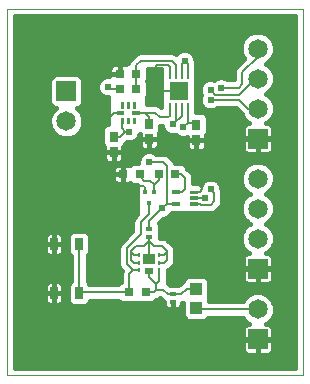
<source format=gtl>
G75*
%MOIN*%
%OFA0B0*%
%FSLAX25Y25*%
%IPPOS*%
%LPD*%
%AMOC8*
5,1,8,0,0,1.08239X$1,22.5*
%
%ADD10C,0.00000*%
%ADD11R,0.03937X0.03937*%
%ADD12R,0.02362X0.01378*%
%ADD13R,0.02559X0.04134*%
%ADD14R,0.03150X0.02756*%
%ADD15C,0.00246*%
%ADD16C,0.00295*%
%ADD17R,0.02756X0.03642*%
%ADD18R,0.01083X0.01181*%
%ADD19R,0.03937X0.03740*%
%ADD20R,0.03150X0.01890*%
%ADD21R,0.01378X0.01575*%
%ADD22C,0.00276*%
%ADD23R,0.00984X0.03346*%
%ADD24R,0.06299X0.05906*%
%ADD25R,0.06500X0.06500*%
%ADD26C,0.06500*%
%ADD27C,0.01600*%
%ADD28C,0.02381*%
%ADD29C,0.00800*%
D10*
X0020469Y0005737D02*
X0020469Y0127784D01*
X0118894Y0127784D01*
X0118894Y0005737D01*
X0020469Y0005737D01*
D11*
X0083461Y0028178D03*
X0083461Y0034477D03*
D12*
X0075587Y0032607D03*
X0075587Y0030048D03*
X0067713Y0051702D03*
X0067713Y0054261D03*
D13*
X0044386Y0049339D03*
X0035922Y0049339D03*
X0035922Y0033001D03*
X0044386Y0033001D03*
D14*
X0061020Y0033296D03*
X0066532Y0033296D03*
X0064564Y0072666D03*
X0059052Y0072666D03*
X0070863Y0072666D03*
X0076375Y0072666D03*
X0063383Y0101013D03*
X0063383Y0106131D03*
X0057871Y0106131D03*
X0057871Y0101013D03*
D15*
X0058289Y0096755D02*
X0058289Y0094837D01*
X0058289Y0096755D02*
X0059027Y0096755D01*
X0059027Y0094837D01*
X0058289Y0094837D01*
X0058289Y0095082D02*
X0059027Y0095082D01*
X0059027Y0095327D02*
X0058289Y0095327D01*
X0058289Y0095572D02*
X0059027Y0095572D01*
X0059027Y0095817D02*
X0058289Y0095817D01*
X0058289Y0096062D02*
X0059027Y0096062D01*
X0059027Y0096307D02*
X0058289Y0096307D01*
X0058289Y0096552D02*
X0059027Y0096552D01*
X0060258Y0096755D02*
X0060258Y0094837D01*
X0060258Y0096755D02*
X0060996Y0096755D01*
X0060996Y0094837D01*
X0060258Y0094837D01*
X0060258Y0095082D02*
X0060996Y0095082D01*
X0060996Y0095327D02*
X0060258Y0095327D01*
X0060258Y0095572D02*
X0060996Y0095572D01*
X0060996Y0095817D02*
X0060258Y0095817D01*
X0060258Y0096062D02*
X0060996Y0096062D01*
X0060996Y0096307D02*
X0060258Y0096307D01*
X0060258Y0096552D02*
X0060996Y0096552D01*
X0062226Y0096755D02*
X0062226Y0094837D01*
X0062226Y0096755D02*
X0062964Y0096755D01*
X0062964Y0094837D01*
X0062226Y0094837D01*
X0062226Y0095082D02*
X0062964Y0095082D01*
X0062964Y0095327D02*
X0062226Y0095327D01*
X0062226Y0095572D02*
X0062964Y0095572D01*
X0062964Y0095817D02*
X0062226Y0095817D01*
X0062226Y0096062D02*
X0062964Y0096062D01*
X0062964Y0096307D02*
X0062226Y0096307D01*
X0062226Y0096552D02*
X0062964Y0096552D01*
X0062226Y0091440D02*
X0062226Y0089522D01*
X0062226Y0091440D02*
X0062964Y0091440D01*
X0062964Y0089522D01*
X0062226Y0089522D01*
X0062226Y0089767D02*
X0062964Y0089767D01*
X0062964Y0090012D02*
X0062226Y0090012D01*
X0062226Y0090257D02*
X0062964Y0090257D01*
X0062964Y0090502D02*
X0062226Y0090502D01*
X0062226Y0090747D02*
X0062964Y0090747D01*
X0062964Y0090992D02*
X0062226Y0090992D01*
X0062226Y0091237D02*
X0062964Y0091237D01*
X0060258Y0091440D02*
X0060258Y0089522D01*
X0060258Y0091440D02*
X0060996Y0091440D01*
X0060996Y0089522D01*
X0060258Y0089522D01*
X0060258Y0089767D02*
X0060996Y0089767D01*
X0060996Y0090012D02*
X0060258Y0090012D01*
X0060258Y0090257D02*
X0060996Y0090257D01*
X0060996Y0090502D02*
X0060258Y0090502D01*
X0060258Y0090747D02*
X0060996Y0090747D01*
X0060996Y0090992D02*
X0060258Y0090992D01*
X0060258Y0091237D02*
X0060996Y0091237D01*
X0058289Y0091440D02*
X0058289Y0089522D01*
X0058289Y0091440D02*
X0059027Y0091440D01*
X0059027Y0089522D01*
X0058289Y0089522D01*
X0058289Y0089767D02*
X0059027Y0089767D01*
X0059027Y0090012D02*
X0058289Y0090012D01*
X0058289Y0090257D02*
X0059027Y0090257D01*
X0059027Y0090502D02*
X0058289Y0090502D01*
X0058289Y0090747D02*
X0059027Y0090747D01*
X0059027Y0090992D02*
X0058289Y0090992D01*
X0058289Y0091237D02*
X0059027Y0091237D01*
D16*
X0057034Y0092696D02*
X0057034Y0093582D01*
X0059102Y0093582D01*
X0059102Y0092696D01*
X0057034Y0092696D01*
X0057034Y0092990D02*
X0059102Y0092990D01*
X0059102Y0093284D02*
X0057034Y0093284D01*
X0057034Y0093578D02*
X0059102Y0093578D01*
X0062152Y0093582D02*
X0062152Y0092696D01*
X0062152Y0093582D02*
X0064220Y0093582D01*
X0064220Y0092696D01*
X0062152Y0092696D01*
X0062152Y0092990D02*
X0064220Y0092990D01*
X0064220Y0093284D02*
X0062152Y0093284D01*
X0062152Y0093578D02*
X0064220Y0093578D01*
X0075439Y0067204D02*
X0077783Y0067204D01*
X0077783Y0066318D01*
X0075439Y0066318D01*
X0075439Y0067204D01*
X0075439Y0066612D02*
X0077783Y0066612D01*
X0077783Y0066906D02*
X0075439Y0066906D01*
X0075439Y0067200D02*
X0077783Y0067200D01*
X0077783Y0063267D02*
X0075439Y0063267D01*
X0077783Y0063267D02*
X0077783Y0062381D01*
X0075439Y0062381D01*
X0075439Y0063267D01*
X0075439Y0062675D02*
X0077783Y0062675D01*
X0077783Y0062969D02*
X0075439Y0062969D01*
X0075439Y0063263D02*
X0077783Y0063263D01*
D17*
X0083461Y0083887D03*
X0083461Y0089005D03*
X0067713Y0089398D03*
X0067713Y0084280D03*
X0055902Y0085068D03*
X0055902Y0079950D03*
D18*
X0064316Y0045698D03*
X0064316Y0043139D03*
X0064316Y0040580D03*
X0071111Y0040580D03*
X0071111Y0043139D03*
X0071111Y0045698D03*
D19*
X0067713Y0044418D03*
D20*
X0067713Y0040383D03*
D21*
X0067713Y0063020D03*
X0066237Y0066564D03*
X0069190Y0066564D03*
D22*
X0081257Y0067174D02*
X0083619Y0067174D01*
X0083619Y0066348D01*
X0081257Y0066348D01*
X0081257Y0067174D01*
X0081257Y0066623D02*
X0083619Y0066623D01*
X0083619Y0066898D02*
X0081257Y0066898D01*
X0081257Y0067173D02*
X0083619Y0067173D01*
X0083619Y0065205D02*
X0081257Y0065205D01*
X0083619Y0065205D02*
X0083619Y0064379D01*
X0081257Y0064379D01*
X0081257Y0065205D01*
X0081257Y0064654D02*
X0083619Y0064654D01*
X0083619Y0064929D02*
X0081257Y0064929D01*
X0081257Y0065204D02*
X0083619Y0065204D01*
X0083619Y0063237D02*
X0081257Y0063237D01*
X0083619Y0063237D02*
X0083619Y0062411D01*
X0081257Y0062411D01*
X0081257Y0063237D01*
X0081257Y0062686D02*
X0083619Y0062686D01*
X0083619Y0062961D02*
X0081257Y0062961D01*
X0081257Y0063236D02*
X0083619Y0063236D01*
D23*
X0080509Y0094517D03*
X0078540Y0094517D03*
X0076572Y0094517D03*
X0074603Y0094517D03*
X0074603Y0105934D03*
X0076572Y0105934D03*
X0078540Y0105934D03*
X0080509Y0105934D03*
D24*
X0077556Y0100225D03*
D25*
X0103934Y0084477D03*
X0103934Y0041170D03*
X0103934Y0017548D03*
X0040154Y0100225D03*
D26*
X0040154Y0090225D03*
X0103934Y0094477D03*
X0103934Y0104477D03*
X0103934Y0114477D03*
X0103934Y0071170D03*
X0103934Y0061170D03*
X0103934Y0051170D03*
X0103934Y0027548D03*
D27*
X0108159Y0031313D02*
X0116494Y0031313D01*
X0116494Y0029715D02*
X0109152Y0029715D01*
X0108724Y0030748D02*
X0107134Y0032338D01*
X0105058Y0033198D01*
X0102810Y0033198D01*
X0100733Y0032338D01*
X0099144Y0030748D01*
X0098978Y0030348D01*
X0087830Y0030348D01*
X0087830Y0030624D01*
X0087538Y0031328D01*
X0087830Y0032031D01*
X0087830Y0036923D01*
X0087464Y0037805D01*
X0086789Y0038480D01*
X0085907Y0038846D01*
X0081015Y0038846D01*
X0080133Y0038480D01*
X0079458Y0037805D01*
X0079133Y0037020D01*
X0078726Y0036851D01*
X0077938Y0036063D01*
X0077476Y0035601D01*
X0077246Y0035696D01*
X0074785Y0035696D01*
X0074024Y0036457D01*
X0073902Y0036508D01*
X0073911Y0036530D01*
X0073911Y0039170D01*
X0074052Y0039512D01*
X0074052Y0040614D01*
X0074417Y0040765D01*
X0075205Y0041552D01*
X0075992Y0042340D01*
X0076419Y0043369D01*
X0076419Y0047633D01*
X0075992Y0048662D01*
X0075205Y0049449D01*
X0075205Y0049449D01*
X0074418Y0050236D01*
X0074418Y0050236D01*
X0073630Y0051024D01*
X0072601Y0051450D01*
X0071294Y0051450D01*
X0071294Y0052868D01*
X0071247Y0052981D01*
X0071294Y0053094D01*
X0071294Y0055427D01*
X0070969Y0056214D01*
X0072413Y0057658D01*
X0072758Y0057658D01*
X0074078Y0058205D01*
X0075088Y0059215D01*
X0075273Y0059661D01*
X0084403Y0059661D01*
X0084479Y0059630D01*
X0088743Y0059630D01*
X0089772Y0060056D01*
X0090953Y0061237D01*
X0091741Y0062025D01*
X0092167Y0063054D01*
X0092167Y0066924D01*
X0091776Y0067867D01*
X0091776Y0068262D01*
X0091230Y0069582D01*
X0090220Y0070592D01*
X0088900Y0071139D01*
X0087471Y0071139D01*
X0086152Y0070592D01*
X0085142Y0069582D01*
X0084962Y0069147D01*
X0084580Y0069529D01*
X0082324Y0069529D01*
X0082324Y0072042D01*
X0081898Y0073071D01*
X0080280Y0074689D01*
X0079984Y0075404D01*
X0079309Y0076079D01*
X0078427Y0076444D01*
X0076226Y0076444D01*
X0075992Y0077008D01*
X0074811Y0078189D01*
X0074024Y0078977D01*
X0072995Y0079403D01*
X0069991Y0079403D01*
X0069747Y0079647D01*
X0068427Y0080194D01*
X0066999Y0080194D01*
X0065679Y0079647D01*
X0064669Y0078637D01*
X0064123Y0077317D01*
X0064123Y0076444D01*
X0062511Y0076444D01*
X0061629Y0076079D01*
X0061282Y0075732D01*
X0060864Y0075844D01*
X0059052Y0075844D01*
X0059052Y0072666D01*
X0059052Y0069488D01*
X0060864Y0069488D01*
X0061282Y0069600D01*
X0061629Y0069254D01*
X0062511Y0068888D01*
X0063594Y0068888D01*
X0063764Y0068719D01*
X0063764Y0067647D01*
X0063748Y0067588D01*
X0063748Y0066564D01*
X0063764Y0066564D01*
X0063764Y0066564D01*
X0063748Y0066564D01*
X0063748Y0065539D01*
X0063764Y0065481D01*
X0063764Y0059290D01*
X0063371Y0058898D01*
X0062584Y0058110D01*
X0062157Y0057081D01*
X0062157Y0053747D01*
X0057859Y0049449D01*
X0057433Y0048420D01*
X0057433Y0042188D01*
X0057859Y0041159D01*
X0058525Y0040493D01*
X0058220Y0039759D01*
X0058220Y0036764D01*
X0058086Y0036709D01*
X0057473Y0036096D01*
X0047838Y0036096D01*
X0047701Y0036427D01*
X0047186Y0036941D01*
X0047186Y0045399D01*
X0047701Y0045913D01*
X0048066Y0046795D01*
X0048066Y0051884D01*
X0047701Y0052766D01*
X0047025Y0053441D01*
X0046143Y0053806D01*
X0042630Y0053806D01*
X0041747Y0053441D01*
X0041072Y0052766D01*
X0040707Y0051884D01*
X0040707Y0046795D01*
X0041072Y0045913D01*
X0041586Y0045399D01*
X0041586Y0036941D01*
X0041072Y0036427D01*
X0040707Y0035545D01*
X0040707Y0030456D01*
X0041072Y0029574D01*
X0041747Y0028899D01*
X0042630Y0028534D01*
X0046143Y0028534D01*
X0047025Y0028899D01*
X0047701Y0029574D01*
X0048066Y0030456D01*
X0048066Y0030496D01*
X0057473Y0030496D01*
X0058086Y0029883D01*
X0058968Y0029518D01*
X0063073Y0029518D01*
X0063776Y0029810D01*
X0064480Y0029518D01*
X0068584Y0029518D01*
X0069466Y0029883D01*
X0070142Y0030559D01*
X0070172Y0030631D01*
X0070874Y0030922D01*
X0071235Y0031283D01*
X0071278Y0031283D01*
X0072328Y0030233D01*
X0072606Y0030118D01*
X0072606Y0030048D01*
X0072606Y0029122D01*
X0072729Y0028664D01*
X0072966Y0028254D01*
X0073301Y0027919D01*
X0073711Y0027682D01*
X0074169Y0027559D01*
X0075587Y0027559D01*
X0075587Y0029518D01*
X0075587Y0029518D01*
X0075587Y0027559D01*
X0077005Y0027559D01*
X0077463Y0027682D01*
X0077874Y0027919D01*
X0078209Y0028254D01*
X0078446Y0028664D01*
X0078568Y0029122D01*
X0078568Y0029807D01*
X0078999Y0029807D01*
X0079093Y0029846D01*
X0079093Y0025732D01*
X0079458Y0024850D01*
X0080133Y0024175D01*
X0081015Y0023809D01*
X0085907Y0023809D01*
X0086789Y0024175D01*
X0087362Y0024748D01*
X0098978Y0024748D01*
X0099144Y0024348D01*
X0100733Y0022758D01*
X0101120Y0022598D01*
X0100447Y0022598D01*
X0099989Y0022475D01*
X0099578Y0022238D01*
X0099243Y0021903D01*
X0099006Y0021493D01*
X0098884Y0021035D01*
X0098884Y0017623D01*
X0103859Y0017623D01*
X0103859Y0017473D01*
X0104009Y0017473D01*
X0104009Y0017623D01*
X0108984Y0017623D01*
X0108984Y0021035D01*
X0108861Y0021493D01*
X0108624Y0021903D01*
X0108289Y0022238D01*
X0107878Y0022475D01*
X0107421Y0022598D01*
X0106747Y0022598D01*
X0107134Y0022758D01*
X0108724Y0024348D01*
X0109584Y0026424D01*
X0109584Y0028672D01*
X0108724Y0030748D01*
X0109584Y0028116D02*
X0116494Y0028116D01*
X0116494Y0026518D02*
X0109584Y0026518D01*
X0108960Y0024919D02*
X0116494Y0024919D01*
X0116494Y0023321D02*
X0107697Y0023321D01*
X0108729Y0021722D02*
X0116494Y0021722D01*
X0116494Y0020124D02*
X0108984Y0020124D01*
X0108984Y0018525D02*
X0116494Y0018525D01*
X0116494Y0016927D02*
X0108984Y0016927D01*
X0108984Y0017473D02*
X0104009Y0017473D01*
X0104009Y0012498D01*
X0107421Y0012498D01*
X0107878Y0012621D01*
X0108289Y0012858D01*
X0108624Y0013193D01*
X0108861Y0013603D01*
X0108984Y0014061D01*
X0108984Y0017473D01*
X0108984Y0015328D02*
X0116494Y0015328D01*
X0116494Y0013730D02*
X0108895Y0013730D01*
X0104009Y0013730D02*
X0103859Y0013730D01*
X0103859Y0012498D02*
X0100447Y0012498D01*
X0099989Y0012621D01*
X0099578Y0012858D01*
X0099243Y0013193D01*
X0099006Y0013603D01*
X0098884Y0014061D01*
X0098884Y0017473D01*
X0103859Y0017473D01*
X0103859Y0012498D01*
X0103859Y0015328D02*
X0104009Y0015328D01*
X0104009Y0016927D02*
X0103859Y0016927D01*
X0098884Y0016927D02*
X0022869Y0016927D01*
X0022869Y0018525D02*
X0098884Y0018525D01*
X0098884Y0020124D02*
X0022869Y0020124D01*
X0022869Y0021722D02*
X0099139Y0021722D01*
X0100171Y0023321D02*
X0022869Y0023321D01*
X0022869Y0024919D02*
X0079429Y0024919D01*
X0079093Y0026518D02*
X0022869Y0026518D01*
X0022869Y0028116D02*
X0073103Y0028116D01*
X0072606Y0029715D02*
X0069059Y0029715D01*
X0072606Y0030048D02*
X0072776Y0030048D01*
X0072775Y0030048D01*
X0072606Y0030048D01*
X0075587Y0028116D02*
X0075587Y0028116D01*
X0078071Y0028116D02*
X0079093Y0028116D01*
X0079093Y0029715D02*
X0078568Y0029715D01*
X0077983Y0036109D02*
X0074372Y0036109D01*
X0073911Y0037707D02*
X0079418Y0037707D01*
X0076060Y0042503D02*
X0098884Y0042503D01*
X0098884Y0041245D02*
X0103859Y0041245D01*
X0103859Y0041095D01*
X0104009Y0041095D01*
X0104009Y0041245D01*
X0108984Y0041245D01*
X0108984Y0044657D01*
X0108861Y0045115D01*
X0108624Y0045525D01*
X0108289Y0045860D01*
X0107878Y0046097D01*
X0107421Y0046220D01*
X0106747Y0046220D01*
X0107134Y0046380D01*
X0108724Y0047970D01*
X0109584Y0050046D01*
X0109584Y0052294D01*
X0108724Y0054371D01*
X0107134Y0055960D01*
X0106627Y0056170D01*
X0107134Y0056380D01*
X0108724Y0057970D01*
X0109584Y0060046D01*
X0109584Y0062294D01*
X0108724Y0064371D01*
X0107134Y0065960D01*
X0106627Y0066170D01*
X0107134Y0066380D01*
X0108724Y0067970D01*
X0109584Y0070046D01*
X0109584Y0072294D01*
X0108724Y0074371D01*
X0107134Y0075960D01*
X0105058Y0076820D01*
X0102810Y0076820D01*
X0100733Y0075960D01*
X0099144Y0074371D01*
X0098284Y0072294D01*
X0098284Y0070046D01*
X0099144Y0067970D01*
X0100733Y0066380D01*
X0101241Y0066170D01*
X0100733Y0065960D01*
X0099144Y0064371D01*
X0098284Y0062294D01*
X0098284Y0060046D01*
X0099144Y0057970D01*
X0100733Y0056380D01*
X0101241Y0056170D01*
X0100733Y0055960D01*
X0099144Y0054371D01*
X0098284Y0052294D01*
X0098284Y0050046D01*
X0099144Y0047970D01*
X0100733Y0046380D01*
X0101120Y0046220D01*
X0100447Y0046220D01*
X0099989Y0046097D01*
X0099578Y0045860D01*
X0099243Y0045525D01*
X0099006Y0045115D01*
X0098884Y0044657D01*
X0098884Y0041245D01*
X0098884Y0041095D02*
X0098884Y0037683D01*
X0099006Y0037225D01*
X0099243Y0036815D01*
X0099578Y0036480D01*
X0099989Y0036243D01*
X0100447Y0036120D01*
X0103859Y0036120D01*
X0103859Y0041095D01*
X0098884Y0041095D01*
X0098884Y0040904D02*
X0074557Y0040904D01*
X0073967Y0039306D02*
X0098884Y0039306D01*
X0098884Y0037707D02*
X0087505Y0037707D01*
X0087830Y0036109D02*
X0116494Y0036109D01*
X0116494Y0037707D02*
X0108984Y0037707D01*
X0108984Y0037683D02*
X0108984Y0041095D01*
X0104009Y0041095D01*
X0104009Y0036120D01*
X0107421Y0036120D01*
X0107878Y0036243D01*
X0108289Y0036480D01*
X0108624Y0036815D01*
X0108861Y0037225D01*
X0108984Y0037683D01*
X0108984Y0039306D02*
X0116494Y0039306D01*
X0116494Y0040904D02*
X0108984Y0040904D01*
X0108984Y0042503D02*
X0116494Y0042503D01*
X0116494Y0044101D02*
X0108984Y0044101D01*
X0108450Y0045700D02*
X0116494Y0045700D01*
X0116494Y0047298D02*
X0108052Y0047298D01*
X0109108Y0048897D02*
X0116494Y0048897D01*
X0116494Y0050495D02*
X0109584Y0050495D01*
X0109584Y0052094D02*
X0116494Y0052094D01*
X0116494Y0053692D02*
X0109004Y0053692D01*
X0107803Y0055291D02*
X0116494Y0055291D01*
X0116494Y0056889D02*
X0107643Y0056889D01*
X0108938Y0058488D02*
X0116494Y0058488D01*
X0116494Y0060086D02*
X0109584Y0060086D01*
X0109584Y0061685D02*
X0116494Y0061685D01*
X0116494Y0063283D02*
X0109174Y0063283D01*
X0108212Y0064882D02*
X0116494Y0064882D01*
X0116494Y0066480D02*
X0107234Y0066480D01*
X0108769Y0068079D02*
X0116494Y0068079D01*
X0116494Y0069677D02*
X0109431Y0069677D01*
X0109584Y0071276D02*
X0116494Y0071276D01*
X0116494Y0072874D02*
X0109343Y0072874D01*
X0108621Y0074473D02*
X0116494Y0074473D01*
X0116494Y0076072D02*
X0106865Y0076072D01*
X0107421Y0079427D02*
X0104009Y0079427D01*
X0104009Y0084402D01*
X0104009Y0084552D01*
X0108984Y0084552D01*
X0108984Y0087964D01*
X0108861Y0088422D01*
X0108624Y0088832D01*
X0108289Y0089168D01*
X0107878Y0089404D01*
X0107421Y0089527D01*
X0106747Y0089527D01*
X0107134Y0089687D01*
X0108724Y0091277D01*
X0109584Y0093353D01*
X0109584Y0095601D01*
X0108724Y0097678D01*
X0107134Y0099267D01*
X0106627Y0099477D01*
X0107134Y0099687D01*
X0108724Y0101277D01*
X0109584Y0103353D01*
X0109584Y0105601D01*
X0108724Y0107678D01*
X0107134Y0109267D01*
X0106627Y0109477D01*
X0107134Y0109687D01*
X0108724Y0111277D01*
X0109584Y0113353D01*
X0109584Y0115601D01*
X0108724Y0117678D01*
X0107134Y0119267D01*
X0105058Y0120127D01*
X0102810Y0120127D01*
X0100733Y0119267D01*
X0099144Y0117678D01*
X0098284Y0115601D01*
X0098284Y0113353D01*
X0099144Y0111277D01*
X0099376Y0111045D01*
X0096442Y0108110D01*
X0096016Y0107081D01*
X0096016Y0104206D01*
X0094007Y0104206D01*
X0093763Y0104450D01*
X0092443Y0104997D01*
X0091015Y0104997D01*
X0089695Y0104450D01*
X0089292Y0104047D01*
X0088900Y0104209D01*
X0087471Y0104209D01*
X0086152Y0103663D01*
X0085142Y0102653D01*
X0084595Y0101333D01*
X0084595Y0099905D01*
X0084952Y0099044D01*
X0084595Y0098183D01*
X0084595Y0096755D01*
X0085142Y0095435D01*
X0086152Y0094425D01*
X0087471Y0093879D01*
X0088900Y0093879D01*
X0090220Y0094425D01*
X0090463Y0094669D01*
X0096632Y0094669D01*
X0098410Y0092891D01*
X0098521Y0092780D01*
X0099144Y0091277D01*
X0100733Y0089687D01*
X0101120Y0089527D01*
X0100447Y0089527D01*
X0099989Y0089404D01*
X0099578Y0089168D01*
X0099243Y0088832D01*
X0099006Y0088422D01*
X0098884Y0087964D01*
X0098884Y0084552D01*
X0103859Y0084552D01*
X0103859Y0084402D01*
X0104009Y0084402D01*
X0108984Y0084402D01*
X0108984Y0080990D01*
X0108861Y0080532D01*
X0108624Y0080122D01*
X0108289Y0079787D01*
X0107878Y0079550D01*
X0107421Y0079427D01*
X0108951Y0080867D02*
X0116494Y0080867D01*
X0116494Y0079269D02*
X0073320Y0079269D01*
X0075331Y0077670D02*
X0116494Y0077670D01*
X0116494Y0082466D02*
X0108984Y0082466D01*
X0108984Y0084064D02*
X0116494Y0084064D01*
X0116494Y0085663D02*
X0108984Y0085663D01*
X0108984Y0087261D02*
X0116494Y0087261D01*
X0116494Y0088860D02*
X0108597Y0088860D01*
X0107905Y0090458D02*
X0116494Y0090458D01*
X0116494Y0092057D02*
X0109047Y0092057D01*
X0109584Y0093655D02*
X0116494Y0093655D01*
X0116494Y0095254D02*
X0109584Y0095254D01*
X0109065Y0096852D02*
X0116494Y0096852D01*
X0116494Y0098451D02*
X0107951Y0098451D01*
X0107496Y0100049D02*
X0116494Y0100049D01*
X0116494Y0101648D02*
X0108877Y0101648D01*
X0109539Y0103246D02*
X0116494Y0103246D01*
X0116494Y0104845D02*
X0109584Y0104845D01*
X0109235Y0106443D02*
X0116494Y0106443D01*
X0116494Y0108042D02*
X0108359Y0108042D01*
X0107020Y0109640D02*
X0116494Y0109640D01*
X0116494Y0111239D02*
X0108686Y0111239D01*
X0109370Y0112837D02*
X0116494Y0112837D01*
X0116494Y0114436D02*
X0109584Y0114436D01*
X0109404Y0116034D02*
X0116494Y0116034D01*
X0116494Y0117633D02*
X0108742Y0117633D01*
X0107170Y0119231D02*
X0116494Y0119231D01*
X0116494Y0120830D02*
X0022869Y0120830D01*
X0022869Y0122428D02*
X0116494Y0122428D01*
X0116494Y0124027D02*
X0022869Y0124027D01*
X0022869Y0125384D02*
X0116494Y0125384D01*
X0116494Y0008137D01*
X0022869Y0008137D01*
X0022869Y0125384D01*
X0022869Y0119231D02*
X0100698Y0119231D01*
X0099125Y0117633D02*
X0022869Y0117633D01*
X0022869Y0116034D02*
X0098463Y0116034D01*
X0098284Y0114436D02*
X0022869Y0114436D01*
X0022869Y0112837D02*
X0063376Y0112837D01*
X0063371Y0112835D02*
X0062584Y0112047D01*
X0061009Y0110473D01*
X0060660Y0109631D01*
X0060448Y0109543D01*
X0060101Y0109196D01*
X0059683Y0109309D01*
X0057871Y0109309D01*
X0057871Y0106131D01*
X0057871Y0106131D01*
X0057871Y0109309D01*
X0056059Y0109309D01*
X0055601Y0109186D01*
X0055191Y0108949D01*
X0054856Y0108614D01*
X0054619Y0108203D01*
X0054496Y0107746D01*
X0054496Y0106131D01*
X0057871Y0106131D01*
X0057871Y0106131D01*
X0054496Y0106131D01*
X0054496Y0105391D01*
X0053220Y0105391D01*
X0051900Y0104844D01*
X0050890Y0103834D01*
X0050343Y0102514D01*
X0050343Y0101086D01*
X0050890Y0099766D01*
X0051900Y0098756D01*
X0053220Y0098209D01*
X0053921Y0098209D01*
X0053921Y0089236D01*
X0053165Y0088923D01*
X0052490Y0088248D01*
X0052124Y0087366D01*
X0052124Y0082769D01*
X0052490Y0081887D01*
X0052724Y0081653D01*
X0052724Y0079950D01*
X0055902Y0079950D01*
X0055902Y0079950D01*
X0052724Y0079950D01*
X0052724Y0077892D01*
X0052847Y0077434D01*
X0053084Y0077024D01*
X0053419Y0076688D01*
X0053829Y0076451D01*
X0054287Y0076329D01*
X0055902Y0076329D01*
X0055902Y0079949D01*
X0055902Y0079949D01*
X0055902Y0076329D01*
X0057517Y0076329D01*
X0057975Y0076451D01*
X0058385Y0076688D01*
X0058721Y0077024D01*
X0058958Y0077434D01*
X0059080Y0077892D01*
X0059080Y0079950D01*
X0059080Y0081653D01*
X0059315Y0081887D01*
X0059648Y0082692D01*
X0059654Y0082694D01*
X0060237Y0083277D01*
X0060306Y0083249D01*
X0061735Y0083249D01*
X0063054Y0083795D01*
X0064064Y0084805D01*
X0064535Y0085943D01*
X0064535Y0084280D01*
X0064535Y0082222D01*
X0064658Y0081765D01*
X0064895Y0081354D01*
X0065230Y0081019D01*
X0065641Y0080782D01*
X0066098Y0080659D01*
X0067713Y0080659D01*
X0067713Y0084280D01*
X0067713Y0084280D01*
X0064535Y0084280D01*
X0067713Y0084280D01*
X0067713Y0084280D01*
X0067713Y0080659D01*
X0069328Y0080659D01*
X0069786Y0080782D01*
X0070196Y0081019D01*
X0070532Y0081354D01*
X0070769Y0081765D01*
X0070891Y0082222D01*
X0070891Y0084280D01*
X0067713Y0084280D01*
X0067713Y0084280D01*
X0070891Y0084280D01*
X0070891Y0085983D01*
X0071126Y0086218D01*
X0071491Y0087100D01*
X0071491Y0088764D01*
X0071997Y0088764D01*
X0071997Y0088487D01*
X0072543Y0087168D01*
X0073553Y0086158D01*
X0074873Y0085611D01*
X0076301Y0085611D01*
X0076694Y0085773D01*
X0077097Y0085370D01*
X0078416Y0084824D01*
X0079845Y0084824D01*
X0080283Y0085005D01*
X0080283Y0083887D01*
X0083461Y0083887D01*
X0083461Y0083887D01*
X0080283Y0083887D01*
X0080283Y0081829D01*
X0080406Y0081371D01*
X0080643Y0080961D01*
X0080978Y0080625D01*
X0081389Y0080388D01*
X0081846Y0080266D01*
X0083461Y0080266D01*
X0083461Y0083886D01*
X0083461Y0083886D01*
X0083461Y0080266D01*
X0085076Y0080266D01*
X0085534Y0080388D01*
X0085944Y0080625D01*
X0086280Y0080961D01*
X0086517Y0081371D01*
X0086639Y0081829D01*
X0086639Y0083887D01*
X0086639Y0085590D01*
X0086874Y0085824D01*
X0087239Y0086706D01*
X0087239Y0091303D01*
X0086874Y0092185D01*
X0086199Y0092860D01*
X0085317Y0093226D01*
X0083474Y0093226D01*
X0083474Y0110793D01*
X0083115Y0111152D01*
X0083115Y0111176D01*
X0082568Y0112495D01*
X0081558Y0113505D01*
X0080238Y0114052D01*
X0078810Y0114052D01*
X0077490Y0113505D01*
X0076800Y0112815D01*
X0076780Y0112835D01*
X0075751Y0113261D01*
X0064400Y0113261D01*
X0063371Y0112835D01*
X0061775Y0111239D02*
X0022869Y0111239D01*
X0022869Y0109640D02*
X0060664Y0109640D01*
X0057871Y0108042D02*
X0057871Y0108042D01*
X0057871Y0106443D02*
X0057871Y0106443D01*
X0054496Y0106443D02*
X0022869Y0106443D01*
X0022869Y0104845D02*
X0034880Y0104845D01*
X0034870Y0104835D02*
X0034504Y0103953D01*
X0034504Y0096498D01*
X0034870Y0095616D01*
X0035545Y0094941D01*
X0036427Y0094575D01*
X0036514Y0094575D01*
X0035364Y0093426D01*
X0034504Y0091349D01*
X0034504Y0089101D01*
X0035364Y0087025D01*
X0036954Y0085435D01*
X0039030Y0084575D01*
X0041278Y0084575D01*
X0043355Y0085435D01*
X0044944Y0087025D01*
X0045804Y0089101D01*
X0045804Y0091349D01*
X0044944Y0093426D01*
X0043794Y0094575D01*
X0043882Y0094575D01*
X0044764Y0094941D01*
X0045439Y0095616D01*
X0045804Y0096498D01*
X0045804Y0103953D01*
X0045439Y0104835D01*
X0044764Y0105510D01*
X0043882Y0105875D01*
X0036427Y0105875D01*
X0035545Y0105510D01*
X0034870Y0104835D01*
X0034504Y0103246D02*
X0022869Y0103246D01*
X0022869Y0101648D02*
X0034504Y0101648D01*
X0034504Y0100049D02*
X0022869Y0100049D01*
X0022869Y0098451D02*
X0034504Y0098451D01*
X0034504Y0096852D02*
X0022869Y0096852D01*
X0022869Y0095254D02*
X0035232Y0095254D01*
X0035594Y0093655D02*
X0022869Y0093655D01*
X0022869Y0092057D02*
X0034797Y0092057D01*
X0034504Y0090458D02*
X0022869Y0090458D01*
X0022869Y0088860D02*
X0034604Y0088860D01*
X0035266Y0087261D02*
X0022869Y0087261D01*
X0022869Y0085663D02*
X0036727Y0085663D01*
X0043582Y0085663D02*
X0052124Y0085663D01*
X0052124Y0087261D02*
X0045042Y0087261D01*
X0045704Y0088860D02*
X0053101Y0088860D01*
X0053921Y0090458D02*
X0045804Y0090458D01*
X0045511Y0092057D02*
X0053921Y0092057D01*
X0053921Y0093655D02*
X0044715Y0093655D01*
X0045077Y0095254D02*
X0053921Y0095254D01*
X0053921Y0096852D02*
X0045804Y0096852D01*
X0045804Y0098451D02*
X0052637Y0098451D01*
X0050773Y0100049D02*
X0045804Y0100049D01*
X0045804Y0101648D02*
X0050343Y0101648D01*
X0050646Y0103246D02*
X0045804Y0103246D01*
X0045429Y0104845D02*
X0051902Y0104845D01*
X0054575Y0108042D02*
X0022869Y0108042D01*
X0022869Y0084064D02*
X0052124Y0084064D01*
X0052250Y0082466D02*
X0022869Y0082466D01*
X0022869Y0080867D02*
X0052724Y0080867D01*
X0052724Y0079269D02*
X0022869Y0079269D01*
X0022869Y0077670D02*
X0052784Y0077670D01*
X0055902Y0077670D02*
X0055902Y0077670D01*
X0055902Y0079269D02*
X0055902Y0079269D01*
X0055902Y0079950D02*
X0055902Y0079950D01*
X0059080Y0079950D01*
X0055902Y0079950D01*
X0057240Y0075844D02*
X0056782Y0075721D01*
X0056372Y0075484D01*
X0056037Y0075149D01*
X0055800Y0074739D01*
X0055677Y0074281D01*
X0055677Y0072666D01*
X0055677Y0071051D01*
X0055800Y0070593D01*
X0056037Y0070183D01*
X0056372Y0069848D01*
X0056782Y0069611D01*
X0057240Y0069488D01*
X0059052Y0069488D01*
X0059052Y0072666D01*
X0059052Y0072666D01*
X0059052Y0072666D01*
X0055677Y0072666D01*
X0059052Y0072666D01*
X0059052Y0072666D01*
X0059052Y0075844D01*
X0057240Y0075844D01*
X0055728Y0074473D02*
X0022869Y0074473D01*
X0022869Y0072874D02*
X0055677Y0072874D01*
X0055677Y0071276D02*
X0022869Y0071276D01*
X0022869Y0069677D02*
X0056667Y0069677D01*
X0059052Y0069677D02*
X0059052Y0069677D01*
X0059052Y0071276D02*
X0059052Y0071276D01*
X0059052Y0072874D02*
X0059052Y0072874D01*
X0059052Y0074473D02*
X0059052Y0074473D01*
X0061622Y0076072D02*
X0022869Y0076072D01*
X0022869Y0068079D02*
X0063764Y0068079D01*
X0063748Y0066480D02*
X0022869Y0066480D01*
X0022869Y0064882D02*
X0063764Y0064882D01*
X0063764Y0063283D02*
X0022869Y0063283D01*
X0022869Y0061685D02*
X0063764Y0061685D01*
X0063764Y0060086D02*
X0022869Y0060086D01*
X0022869Y0058488D02*
X0062961Y0058488D01*
X0062157Y0056889D02*
X0022869Y0056889D01*
X0022869Y0055291D02*
X0062157Y0055291D01*
X0062102Y0053692D02*
X0046418Y0053692D01*
X0047979Y0052094D02*
X0060504Y0052094D01*
X0058905Y0050495D02*
X0048066Y0050495D01*
X0048066Y0048897D02*
X0057630Y0048897D01*
X0057433Y0047298D02*
X0048066Y0047298D01*
X0047487Y0045700D02*
X0057433Y0045700D01*
X0057433Y0044101D02*
X0047186Y0044101D01*
X0047186Y0042503D02*
X0057433Y0042503D01*
X0058114Y0040904D02*
X0047186Y0040904D01*
X0047186Y0039306D02*
X0058220Y0039306D01*
X0058220Y0037707D02*
X0047186Y0037707D01*
X0047833Y0036109D02*
X0057486Y0036109D01*
X0058494Y0029715D02*
X0047759Y0029715D01*
X0041586Y0037707D02*
X0022869Y0037707D01*
X0022869Y0036109D02*
X0033165Y0036109D01*
X0033202Y0036173D02*
X0032965Y0035762D01*
X0032842Y0035305D01*
X0032842Y0033001D01*
X0035922Y0033001D01*
X0035922Y0033001D01*
X0035922Y0036868D01*
X0037438Y0036868D01*
X0037896Y0036745D01*
X0038307Y0036508D01*
X0038642Y0036173D01*
X0038879Y0035762D01*
X0039001Y0035305D01*
X0039001Y0033001D01*
X0035922Y0033001D01*
X0035922Y0033001D01*
X0035922Y0036868D01*
X0034405Y0036868D01*
X0033948Y0036745D01*
X0033537Y0036508D01*
X0033202Y0036173D01*
X0032842Y0034510D02*
X0022869Y0034510D01*
X0022869Y0032912D02*
X0032842Y0032912D01*
X0032842Y0033001D02*
X0032842Y0030697D01*
X0032965Y0030239D01*
X0033202Y0029829D01*
X0033537Y0029493D01*
X0033948Y0029257D01*
X0034405Y0029134D01*
X0035922Y0029134D01*
X0037438Y0029134D01*
X0037896Y0029257D01*
X0038307Y0029493D01*
X0038642Y0029829D01*
X0038879Y0030239D01*
X0039001Y0030697D01*
X0039001Y0033001D01*
X0035922Y0033001D01*
X0035922Y0033001D01*
X0035922Y0029134D01*
X0035922Y0033001D01*
X0035922Y0033001D01*
X0032842Y0033001D01*
X0032842Y0031313D02*
X0022869Y0031313D01*
X0022869Y0029715D02*
X0033316Y0029715D01*
X0035922Y0029715D02*
X0035922Y0029715D01*
X0035922Y0031313D02*
X0035922Y0031313D01*
X0035922Y0032912D02*
X0035922Y0032912D01*
X0035922Y0034510D02*
X0035922Y0034510D01*
X0035922Y0036109D02*
X0035922Y0036109D01*
X0038679Y0036109D02*
X0040940Y0036109D01*
X0040707Y0034510D02*
X0039001Y0034510D01*
X0039001Y0032912D02*
X0040707Y0032912D01*
X0040707Y0031313D02*
X0039001Y0031313D01*
X0038528Y0029715D02*
X0041014Y0029715D01*
X0041586Y0039306D02*
X0022869Y0039306D01*
X0022869Y0040904D02*
X0041586Y0040904D01*
X0041586Y0042503D02*
X0022869Y0042503D01*
X0022869Y0044101D02*
X0041586Y0044101D01*
X0041285Y0045700D02*
X0038078Y0045700D01*
X0037896Y0045595D02*
X0038307Y0045832D01*
X0038642Y0046167D01*
X0038879Y0046578D01*
X0039001Y0047035D01*
X0039001Y0049339D01*
X0035922Y0049339D01*
X0035922Y0045472D01*
X0037438Y0045472D01*
X0037896Y0045595D01*
X0039001Y0047298D02*
X0040707Y0047298D01*
X0040707Y0048897D02*
X0039001Y0048897D01*
X0039001Y0049339D02*
X0039001Y0051643D01*
X0038879Y0052101D01*
X0038642Y0052512D01*
X0038307Y0052847D01*
X0037896Y0053084D01*
X0037438Y0053206D01*
X0035922Y0053206D01*
X0035922Y0049339D01*
X0035922Y0049339D01*
X0035922Y0045472D01*
X0034405Y0045472D01*
X0033948Y0045595D01*
X0033537Y0045832D01*
X0033202Y0046167D01*
X0032965Y0046578D01*
X0032842Y0047035D01*
X0032842Y0049339D01*
X0035922Y0049339D01*
X0035922Y0049339D01*
X0035922Y0049339D01*
X0039001Y0049339D01*
X0039001Y0050495D02*
X0040707Y0050495D01*
X0040794Y0052094D02*
X0038881Y0052094D01*
X0042354Y0053692D02*
X0022869Y0053692D01*
X0022869Y0052094D02*
X0032963Y0052094D01*
X0032965Y0052101D02*
X0032842Y0051643D01*
X0032842Y0049339D01*
X0035922Y0049339D01*
X0035922Y0049339D01*
X0035922Y0053206D01*
X0034405Y0053206D01*
X0033948Y0053084D01*
X0033537Y0052847D01*
X0033202Y0052512D01*
X0032965Y0052101D01*
X0032842Y0050495D02*
X0022869Y0050495D01*
X0022869Y0048897D02*
X0032842Y0048897D01*
X0032842Y0047298D02*
X0022869Y0047298D01*
X0022869Y0045700D02*
X0033766Y0045700D01*
X0035922Y0045700D02*
X0035922Y0045700D01*
X0035922Y0047298D02*
X0035922Y0047298D01*
X0035922Y0048897D02*
X0035922Y0048897D01*
X0035922Y0050495D02*
X0035922Y0050495D01*
X0035922Y0052094D02*
X0035922Y0052094D01*
X0059021Y0077670D02*
X0064269Y0077670D01*
X0065301Y0079269D02*
X0059080Y0079269D01*
X0059080Y0080867D02*
X0065493Y0080867D01*
X0064535Y0082466D02*
X0059554Y0082466D01*
X0063323Y0084064D02*
X0064535Y0084064D01*
X0064535Y0085663D02*
X0064419Y0085663D01*
X0067713Y0084064D02*
X0067713Y0084064D01*
X0067713Y0082466D02*
X0067713Y0082466D01*
X0067713Y0080867D02*
X0067713Y0080867D01*
X0069933Y0080867D02*
X0080736Y0080867D01*
X0080283Y0082466D02*
X0070891Y0082466D01*
X0070891Y0084064D02*
X0080283Y0084064D01*
X0083461Y0083887D02*
X0086639Y0083887D01*
X0083461Y0083887D01*
X0083461Y0083887D01*
X0083461Y0082466D02*
X0083461Y0082466D01*
X0083461Y0080867D02*
X0083461Y0080867D01*
X0086186Y0080867D02*
X0098917Y0080867D01*
X0098884Y0080990D02*
X0099006Y0080532D01*
X0099243Y0080122D01*
X0099578Y0079787D01*
X0099989Y0079550D01*
X0100447Y0079427D01*
X0103859Y0079427D01*
X0103859Y0084402D01*
X0098884Y0084402D01*
X0098884Y0080990D01*
X0098884Y0082466D02*
X0086639Y0082466D01*
X0086639Y0084064D02*
X0098884Y0084064D01*
X0098884Y0085663D02*
X0086712Y0085663D01*
X0087239Y0087261D02*
X0098884Y0087261D01*
X0099271Y0088860D02*
X0087239Y0088860D01*
X0087239Y0090458D02*
X0099962Y0090458D01*
X0098821Y0092057D02*
X0086927Y0092057D01*
X0085324Y0095254D02*
X0083474Y0095254D01*
X0083474Y0096852D02*
X0084595Y0096852D01*
X0084706Y0098451D02*
X0083474Y0098451D01*
X0083474Y0100049D02*
X0084595Y0100049D01*
X0084725Y0101648D02*
X0083474Y0101648D01*
X0083474Y0103246D02*
X0085735Y0103246D01*
X0083474Y0104845D02*
X0090648Y0104845D01*
X0092810Y0104845D02*
X0096016Y0104845D01*
X0096016Y0106443D02*
X0083474Y0106443D01*
X0083474Y0108042D02*
X0096413Y0108042D01*
X0097972Y0109640D02*
X0083474Y0109640D01*
X0083089Y0111239D02*
X0099182Y0111239D01*
X0098497Y0112837D02*
X0082226Y0112837D01*
X0076822Y0112837D02*
X0076774Y0112837D01*
X0071638Y0107661D02*
X0071638Y0095142D01*
X0071268Y0095512D01*
X0070239Y0095939D01*
X0066938Y0095939D01*
X0066938Y0098222D01*
X0066992Y0098275D01*
X0067357Y0099157D01*
X0067357Y0102868D01*
X0067066Y0103572D01*
X0067357Y0104275D01*
X0067357Y0107661D01*
X0071638Y0107661D01*
X0071638Y0106443D02*
X0067357Y0106443D01*
X0067357Y0104845D02*
X0071638Y0104845D01*
X0071638Y0103246D02*
X0067201Y0103246D01*
X0067357Y0101648D02*
X0071638Y0101648D01*
X0071638Y0100049D02*
X0067357Y0100049D01*
X0067065Y0098451D02*
X0071638Y0098451D01*
X0071638Y0096852D02*
X0066938Y0096852D01*
X0071526Y0095254D02*
X0071638Y0095254D01*
X0071491Y0087261D02*
X0072505Y0087261D01*
X0070891Y0085663D02*
X0074749Y0085663D01*
X0076426Y0085663D02*
X0076804Y0085663D01*
X0079316Y0076072D02*
X0101003Y0076072D01*
X0099246Y0074473D02*
X0080496Y0074473D01*
X0081979Y0072874D02*
X0098524Y0072874D01*
X0098284Y0071276D02*
X0082324Y0071276D01*
X0082324Y0069677D02*
X0085237Y0069677D01*
X0091134Y0069677D02*
X0098436Y0069677D01*
X0099099Y0068079D02*
X0091776Y0068079D01*
X0092167Y0066480D02*
X0100633Y0066480D01*
X0099655Y0064882D02*
X0092167Y0064882D01*
X0092167Y0063283D02*
X0098694Y0063283D01*
X0098284Y0061685D02*
X0091400Y0061685D01*
X0089802Y0060086D02*
X0098284Y0060086D01*
X0098929Y0058488D02*
X0074361Y0058488D01*
X0071644Y0056889D02*
X0100224Y0056889D01*
X0100064Y0055291D02*
X0071294Y0055291D01*
X0071294Y0053692D02*
X0098863Y0053692D01*
X0098284Y0052094D02*
X0071294Y0052094D01*
X0074159Y0050495D02*
X0098284Y0050495D01*
X0098760Y0048897D02*
X0075757Y0048897D01*
X0076419Y0047298D02*
X0099815Y0047298D01*
X0099418Y0045700D02*
X0076419Y0045700D01*
X0076419Y0044101D02*
X0098884Y0044101D01*
X0103859Y0040904D02*
X0104009Y0040904D01*
X0104009Y0039306D02*
X0103859Y0039306D01*
X0103859Y0037707D02*
X0104009Y0037707D01*
X0105749Y0032912D02*
X0116494Y0032912D01*
X0116494Y0034510D02*
X0087830Y0034510D01*
X0087830Y0032912D02*
X0102119Y0032912D01*
X0099709Y0031313D02*
X0087544Y0031313D01*
X0098884Y0015328D02*
X0022869Y0015328D01*
X0022869Y0013730D02*
X0098973Y0013730D01*
X0116494Y0012131D02*
X0022869Y0012131D01*
X0022869Y0010533D02*
X0116494Y0010533D01*
X0116494Y0008934D02*
X0022869Y0008934D01*
X0063547Y0029715D02*
X0064005Y0029715D01*
X0103859Y0080867D02*
X0104009Y0080867D01*
X0104009Y0082466D02*
X0103859Y0082466D01*
X0103859Y0084064D02*
X0104009Y0084064D01*
X0098410Y0092891D02*
X0098410Y0092891D01*
X0097646Y0093655D02*
X0083474Y0093655D01*
D28*
X0088186Y0097469D03*
X0088186Y0100619D03*
X0091729Y0101406D03*
X0079524Y0110461D03*
X0069288Y0097076D03*
X0075587Y0089202D03*
X0079131Y0088414D03*
X0067713Y0076603D03*
X0061020Y0068729D03*
X0072044Y0061249D03*
X0085430Y0071485D03*
X0088186Y0067548D03*
X0086217Y0064792D03*
X0061020Y0086839D03*
X0053146Y0090383D03*
X0053934Y0101800D03*
D29*
X0054721Y0101013D01*
X0057871Y0101013D01*
X0063383Y0101013D02*
X0063383Y0106131D01*
X0063383Y0108887D01*
X0064957Y0110461D01*
X0075194Y0110461D01*
X0076572Y0109083D01*
X0076572Y0105934D01*
X0078540Y0105934D02*
X0078540Y0109477D01*
X0079524Y0110461D01*
X0080509Y0109477D01*
X0080509Y0105934D01*
X0077556Y0100225D02*
X0072438Y0100225D01*
X0069288Y0097076D01*
X0069288Y0107706D01*
X0070469Y0108887D01*
X0074012Y0108887D01*
X0074603Y0108296D01*
X0074603Y0105934D01*
X0074603Y0094517D02*
X0074603Y0092154D01*
X0074012Y0091564D01*
X0071257Y0091564D01*
X0069682Y0093139D01*
X0066532Y0093139D01*
X0066335Y0092942D01*
X0066138Y0093139D01*
X0063186Y0093139D01*
X0066335Y0092942D02*
X0067713Y0091564D01*
X0067713Y0089398D01*
X0061020Y0086839D02*
X0059839Y0086839D01*
X0058068Y0085068D01*
X0055902Y0085068D01*
X0058658Y0088020D02*
X0058658Y0090481D01*
X0058068Y0093139D02*
X0055902Y0093139D01*
X0053146Y0090383D01*
X0058658Y0088020D02*
X0059839Y0086839D01*
X0067713Y0076603D02*
X0072438Y0076603D01*
X0073619Y0075422D01*
X0073619Y0062824D01*
X0072044Y0061249D01*
X0067713Y0056918D01*
X0067713Y0054261D01*
X0067713Y0056131D01*
X0064957Y0056524D02*
X0064957Y0052587D01*
X0060233Y0047863D01*
X0060233Y0042745D01*
X0062398Y0040580D01*
X0061020Y0039202D01*
X0061020Y0033296D01*
X0044682Y0033296D01*
X0044386Y0033001D01*
X0044386Y0049339D01*
X0061020Y0068729D02*
X0065745Y0068729D01*
X0066237Y0068237D01*
X0066237Y0066564D01*
X0069190Y0066564D02*
X0069190Y0069024D01*
X0069190Y0069221D01*
X0068107Y0070304D01*
X0066138Y0070304D01*
X0064564Y0071879D01*
X0064564Y0072666D01*
X0069190Y0069024D02*
X0070863Y0070698D01*
X0070863Y0072666D01*
X0076375Y0072666D02*
X0078343Y0072666D01*
X0079524Y0071485D01*
X0079524Y0067548D01*
X0078737Y0066761D01*
X0076611Y0066761D01*
X0076611Y0062824D02*
X0073619Y0062824D01*
X0067713Y0063020D02*
X0067713Y0059280D01*
X0064957Y0056524D01*
X0067713Y0051702D02*
X0067713Y0044418D01*
X0067713Y0040383D02*
X0067713Y0038414D01*
X0070075Y0036052D01*
X0071111Y0037087D01*
X0071111Y0040580D01*
X0071111Y0043139D02*
X0072831Y0043139D01*
X0073619Y0043926D01*
X0073619Y0046682D01*
X0073619Y0047076D01*
X0072044Y0048650D01*
X0069288Y0048650D01*
X0067713Y0050225D01*
X0067713Y0051702D01*
X0067713Y0050225D02*
X0066138Y0048650D01*
X0063383Y0048650D01*
X0061808Y0047076D01*
X0061808Y0046682D01*
X0062792Y0045698D01*
X0064316Y0045698D01*
X0064316Y0043139D02*
X0062595Y0043139D01*
X0061808Y0043926D01*
X0061808Y0046682D01*
X0062398Y0040580D02*
X0064316Y0040580D01*
X0070075Y0036052D02*
X0070075Y0034083D01*
X0069288Y0033296D01*
X0066532Y0033296D01*
X0070075Y0034083D02*
X0072438Y0034083D01*
X0073914Y0032607D01*
X0075587Y0032607D01*
X0078442Y0032607D01*
X0080312Y0034477D01*
X0083461Y0034477D01*
X0083461Y0028178D02*
X0084091Y0027548D01*
X0103934Y0027548D01*
X0084642Y0026997D02*
X0083461Y0028178D01*
X0072635Y0045698D02*
X0071111Y0045698D01*
X0072635Y0045698D02*
X0073619Y0046682D01*
X0082438Y0062824D02*
X0084642Y0062824D01*
X0085036Y0062430D01*
X0088186Y0062430D01*
X0089367Y0063611D01*
X0089367Y0066367D01*
X0088186Y0067548D01*
X0085430Y0067548D02*
X0085430Y0071485D01*
X0085430Y0067548D02*
X0084642Y0066761D01*
X0082438Y0066761D01*
X0082438Y0064792D02*
X0086217Y0064792D01*
X0079131Y0088414D02*
X0080509Y0089792D01*
X0082674Y0089792D01*
X0083461Y0089005D01*
X0080509Y0089792D02*
X0080509Y0094517D01*
X0078540Y0094517D02*
X0078540Y0092154D01*
X0075587Y0089202D01*
X0076572Y0090186D01*
X0076572Y0094517D01*
X0088186Y0097469D02*
X0097792Y0097469D01*
X0100784Y0094477D01*
X0103934Y0094477D01*
X0097635Y0099044D02*
X0103068Y0104477D01*
X0103934Y0104477D01*
X0098816Y0102587D02*
X0098816Y0106524D01*
X0103934Y0111643D01*
X0103934Y0114477D01*
X0098816Y0102587D02*
X0097635Y0101406D01*
X0091729Y0101406D01*
X0089760Y0099044D02*
X0097635Y0099044D01*
X0089760Y0099044D02*
X0088186Y0100619D01*
M02*

</source>
